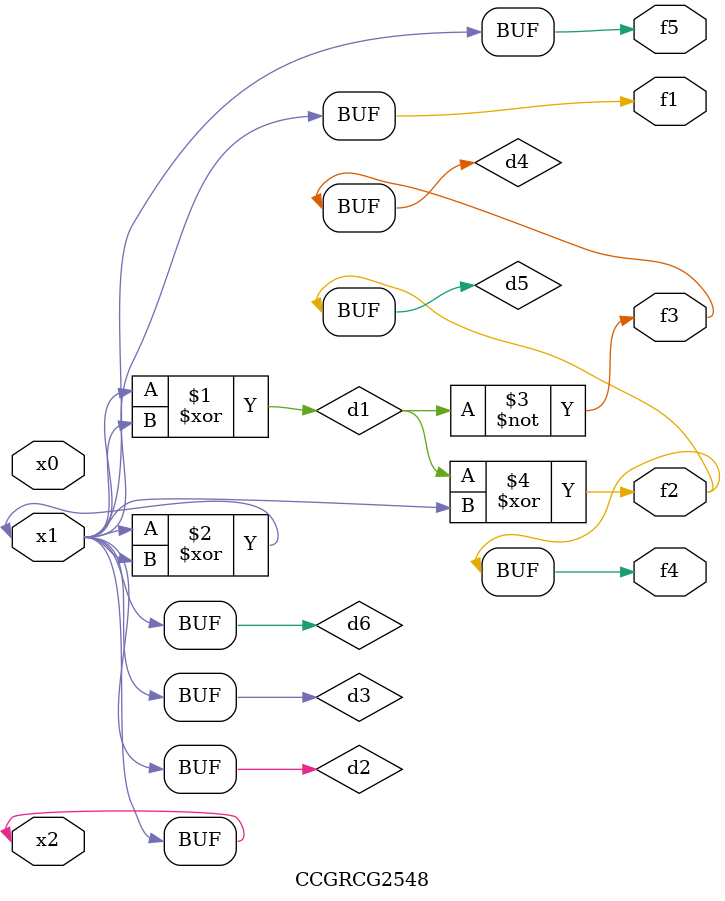
<source format=v>
module CCGRCG2548(
	input x0, x1, x2,
	output f1, f2, f3, f4, f5
);

	wire d1, d2, d3, d4, d5, d6;

	xor (d1, x1, x2);
	buf (d2, x1, x2);
	xor (d3, x1, x2);
	nor (d4, d1);
	xor (d5, d1, d2);
	buf (d6, d2, d3);
	assign f1 = d6;
	assign f2 = d5;
	assign f3 = d4;
	assign f4 = d5;
	assign f5 = d6;
endmodule

</source>
